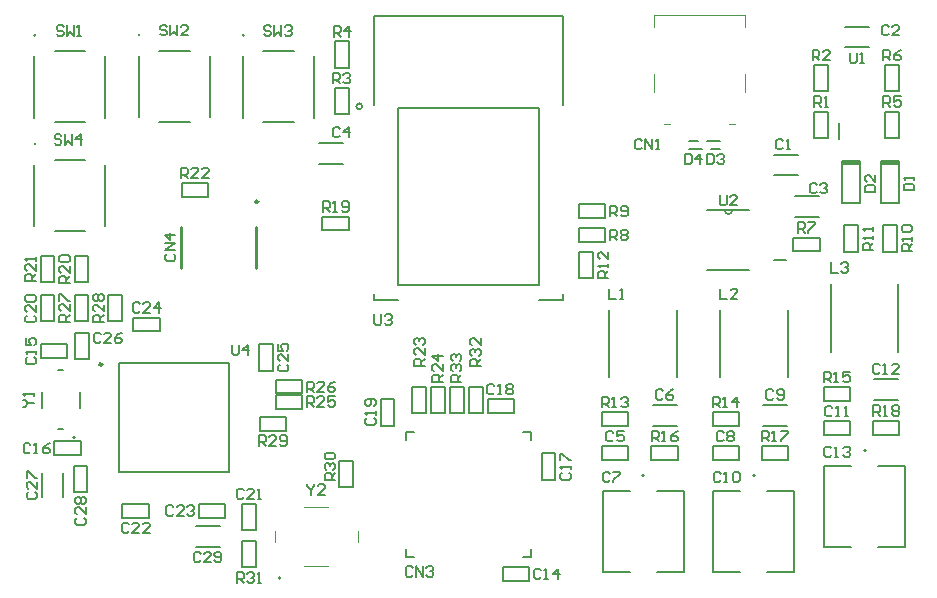
<source format=gto>
G04 Layer_Color=65535*
%FSLAX25Y25*%
%MOIN*%
G70*
G01*
G75*
%ADD36C,0.01000*%
%ADD47C,0.00600*%
%ADD48C,0.00787*%
%ADD49C,0.00984*%
%ADD50C,0.00500*%
%ADD51C,0.00800*%
%ADD52C,0.00394*%
%ADD53C,0.00591*%
D36*
X193513Y233409D02*
G03*
X193513Y233409I-454J0D01*
G01*
X192717Y211457D02*
Y224961D01*
X167717Y211457D02*
Y224961D01*
D47*
X395969Y150571D02*
G03*
X395969Y150571I-300J0D01*
G01*
X322150Y142205D02*
G03*
X322150Y142205I-300J0D01*
G01*
X358961D02*
G03*
X358961Y142205I-300J0D01*
G01*
X348997Y230571D02*
G03*
X351397Y230571I1200J0D01*
G01*
X120928Y206525D02*
Y215325D01*
X125528Y206525D02*
Y215325D01*
X120928D02*
X125528D01*
X120928Y206525D02*
X125528D01*
X223658Y262529D02*
Y271329D01*
X219058Y262529D02*
Y271329D01*
Y262529D02*
X223658D01*
X219058Y271329D02*
X223658D01*
X223658Y278080D02*
Y286880D01*
X219058Y278080D02*
Y286880D01*
Y278080D02*
X223658D01*
X219058Y286880D02*
X223658D01*
X136847Y206525D02*
Y215325D01*
X132247Y206525D02*
Y215325D01*
Y206525D02*
X136847D01*
X132247Y215325D02*
X136847D01*
X198461Y177096D02*
Y185896D01*
X193861Y177096D02*
Y185896D01*
Y177096D02*
X198461D01*
X193861Y185896D02*
X198461D01*
X382169Y145271D02*
X391159D01*
X400179D02*
X409169D01*
Y118271D02*
Y145271D01*
X382169Y118271D02*
X391159D01*
X382169D02*
Y145271D01*
X400179Y118271D02*
X409169D01*
X381919Y171591D02*
X390719D01*
X381919Y166991D02*
X390719D01*
Y171591D01*
X381919Y166991D02*
Y171591D01*
X393442Y216794D02*
Y225594D01*
X388842Y216794D02*
Y225594D01*
Y216794D02*
X393442D01*
X388842Y225594D02*
X393442D01*
X406335Y216794D02*
Y225594D01*
X401735Y216794D02*
Y225594D01*
Y216794D02*
X406335D01*
X401735Y225594D02*
X406335D01*
X120994Y185863D02*
X129794D01*
X120994Y181263D02*
X129794D01*
Y185863D01*
X120994Y181263D02*
Y185863D01*
X125521Y148979D02*
X134321D01*
X125521Y153579D02*
X134321D01*
X125521Y148979D02*
Y153579D01*
X134321Y148979D02*
Y153579D01*
X132444Y180935D02*
Y189735D01*
X137044Y180935D02*
Y189735D01*
X132444D02*
X137044D01*
X132444Y180935D02*
X137044D01*
X136552Y136643D02*
Y145443D01*
X131952Y136643D02*
Y145443D01*
Y136643D02*
X136552D01*
X131952Y145443D02*
X136552D01*
X151899Y194820D02*
X160699D01*
X151899Y190220D02*
X160699D01*
Y194820D01*
X151899Y190220D02*
Y194820D01*
X173750Y128113D02*
X182550D01*
X173750Y132713D02*
X182550D01*
X173750Y128113D02*
Y132713D01*
X182550Y128113D02*
Y132713D01*
X148159Y128113D02*
X156959D01*
X148159Y132713D02*
X156959D01*
X148159Y128113D02*
Y132713D01*
X156959Y128113D02*
Y132713D01*
X300423Y224741D02*
X309223D01*
X300423Y220141D02*
X309223D01*
Y224741D01*
X300423Y220141D02*
Y224741D01*
X300456Y208002D02*
Y216802D01*
X305056Y208002D02*
Y216802D01*
X300456D02*
X305056D01*
X300456Y208002D02*
X305056D01*
X300423Y232615D02*
X309223D01*
X300423Y228015D02*
X309223D01*
Y232615D01*
X300423Y228015D02*
Y232615D01*
X167943Y235102D02*
X176742D01*
X167943Y239702D02*
X176742D01*
X167943Y235102D02*
Y239702D01*
X176742Y235102D02*
Y239702D01*
X214891Y228481D02*
X223691D01*
X214891Y223881D02*
X223691D01*
Y228481D01*
X214891Y223881D02*
Y228481D01*
X120928Y193631D02*
Y202432D01*
X125528Y193631D02*
Y202432D01*
X120928D02*
X125528D01*
X120928Y193631D02*
X125528D01*
X132247D02*
Y202432D01*
X136847Y193631D02*
Y202432D01*
X132247D02*
X136847D01*
X132247Y193631D02*
X136847D01*
X148166D02*
Y202432D01*
X143566Y193631D02*
Y202432D01*
Y193631D02*
X148166D01*
X143566Y202432D02*
X148166D01*
X193927Y161749D02*
X202727D01*
X193927Y157149D02*
X202727D01*
Y161749D01*
X193927Y157149D02*
Y161749D01*
X199340Y169550D02*
X208140D01*
X199340Y174150D02*
X208140D01*
X199340Y169550D02*
Y174150D01*
X208140Y169550D02*
Y174150D01*
X199340Y169032D02*
X208140D01*
X199340Y164432D02*
X208140D01*
Y169032D01*
X199340Y164432D02*
Y169032D01*
X274931Y111749D02*
X283731D01*
X274931Y107149D02*
X283731D01*
Y111749D01*
X274931Y107149D02*
Y111749D01*
X238898Y158822D02*
Y167622D01*
X234298Y158822D02*
Y167622D01*
Y158822D02*
X238898D01*
X234298Y167622D02*
X238898D01*
X244846Y162956D02*
Y171756D01*
X249446Y162956D02*
Y171756D01*
X244846D02*
X249446D01*
X244846Y162956D02*
X249446D01*
X255745D02*
Y171756D01*
X251145Y162956D02*
Y171756D01*
Y162956D02*
X255745D01*
X251145Y171756D02*
X255745D01*
X270009Y167589D02*
X278809D01*
X270009Y162989D02*
X278809D01*
Y167589D01*
X270009Y162989D02*
Y167589D01*
X257444Y162956D02*
Y171756D01*
X262044Y162956D02*
Y171756D01*
X257444D02*
X262044D01*
X257444Y162956D02*
X262044D01*
X263645D02*
Y171756D01*
X268245Y162956D02*
Y171756D01*
X263645D02*
X268245D01*
X263645Y162956D02*
X268245D01*
X225036Y138218D02*
Y147018D01*
X220436Y138218D02*
Y147018D01*
Y138218D02*
X225036D01*
X220436Y147018D02*
X225036D01*
X192654Y111545D02*
Y120345D01*
X188054Y111545D02*
Y120345D01*
Y111545D02*
X192654D01*
X188054Y120345D02*
X192654D01*
X188054Y123946D02*
Y132747D01*
X192654Y123946D02*
Y132747D01*
X188054D02*
X192654D01*
X188054Y123946D02*
X192654D01*
X371880Y221493D02*
X380679D01*
X371880Y216893D02*
X380679D01*
Y221493D01*
X371880Y216893D02*
Y221493D01*
X308002Y163225D02*
X316802D01*
X308002Y158625D02*
X316802D01*
Y163225D01*
X308002Y158625D02*
Y163225D01*
X308350Y136905D02*
X317340D01*
X326360D02*
X335350D01*
Y109905D02*
Y136905D01*
X308350Y109905D02*
X317340D01*
X308350D02*
Y136905D01*
X326360Y109905D02*
X335350D01*
X324537Y151906D02*
X333337D01*
X324537Y147306D02*
X333337D01*
Y151906D01*
X324537Y147306D02*
Y151906D01*
X308002Y147306D02*
X316802D01*
X308002Y151906D02*
X316802D01*
X308002Y147306D02*
Y151906D01*
X316802Y147306D02*
Y151906D01*
X344911Y163225D02*
X353711D01*
X344911Y158625D02*
X353711D01*
Y163225D01*
X344911Y158625D02*
Y163225D01*
Y147306D02*
X353711D01*
X344911Y151906D02*
X353711D01*
X344911Y147306D02*
Y151906D01*
X353711Y147306D02*
Y151906D01*
X361348D02*
X370148D01*
X361348Y147306D02*
X370148D01*
Y151906D01*
X361348Y147306D02*
Y151906D01*
X345161Y136905D02*
X354151D01*
X363171D02*
X372161D01*
Y109905D02*
Y136905D01*
X345161Y109905D02*
X354151D01*
X345161D02*
Y136905D01*
X363171Y109905D02*
X372161D01*
X381919Y155672D02*
X390719D01*
X381919Y160272D02*
X390719D01*
X381919Y155672D02*
Y160272D01*
X390719Y155672D02*
Y160272D01*
X398356Y160371D02*
X407156D01*
X398356Y155771D02*
X407156D01*
Y160371D01*
X398356Y155771D02*
Y160371D01*
X378802Y263455D02*
X383402D01*
X378802Y254655D02*
X383402D01*
X378802D02*
Y263455D01*
X383402Y254655D02*
Y263455D01*
X402424D02*
X407024D01*
X402424Y254655D02*
X407024D01*
X402424D02*
Y263455D01*
X407024Y254655D02*
Y263455D01*
X402424Y279006D02*
X407024D01*
X402424Y270206D02*
X407024D01*
X402424D02*
Y279006D01*
X407024Y270206D02*
Y279006D01*
X378802D02*
X383402D01*
X378802Y270206D02*
X383402D01*
X378802D02*
Y279006D01*
X383402Y270206D02*
Y279006D01*
X287956Y149577D02*
X292556D01*
X287956Y140777D02*
X292556D01*
X287956D02*
Y149577D01*
X292556Y140777D02*
Y149577D01*
X365497Y213971D02*
X369497D01*
X343197Y210571D02*
X357197D01*
X351397Y230571D02*
X357197D01*
X348997D02*
X351397D01*
X343197D02*
X348997D01*
D48*
X132461Y154783D02*
G03*
X132461Y154783I-394J0D01*
G01*
X200984Y108071D02*
G03*
X200197Y108071I-394J0D01*
G01*
D02*
G03*
X200984Y108071I394J0D01*
G01*
X119242Y252693D02*
G03*
X119242Y252693I-250J0D01*
G01*
Y288913D02*
G03*
X119242Y288913I-250J0D01*
G01*
X153986Y289012D02*
G03*
X153986Y289012I-250J0D01*
G01*
X188730Y288913D02*
G03*
X188730Y288913I-250J0D01*
G01*
X387008Y254232D02*
Y259744D01*
X344390Y251181D02*
X347539D01*
X342953Y253543D02*
X347539D01*
X336910D02*
X340059D01*
X336910Y251181D02*
X341496D01*
X147193Y143209D02*
Y179823D01*
Y143209D02*
X183807D01*
Y179823D01*
X147193D02*
X183807D01*
X284449Y115098D02*
Y117854D01*
Y154075D02*
Y156831D01*
X242717Y154075D02*
Y156831D01*
Y115098D02*
Y117854D01*
X281693Y115098D02*
X284449D01*
X242717D02*
X245472D01*
X242717Y156831D02*
X245472D01*
X281693D02*
X284449D01*
X118898Y225295D02*
Y245768D01*
X142520Y225295D02*
Y245768D01*
X125591Y223721D02*
X135827D01*
X125591Y247342D02*
X135827D01*
X118898Y261516D02*
Y281988D01*
X142520Y261516D02*
Y281988D01*
X125591Y259941D02*
X135827D01*
X125591Y283563D02*
X135827D01*
X153642Y261614D02*
Y282087D01*
X177264Y261614D02*
Y282087D01*
X160335Y260039D02*
X170571D01*
X160335Y283661D02*
X170571D01*
X188386Y261516D02*
Y281988D01*
X212008Y261516D02*
Y281988D01*
X195079Y259941D02*
X205315D01*
X195079Y283563D02*
X205315D01*
D49*
X141484Y179232D02*
G03*
X141484Y179232I-492J0D01*
G01*
D50*
X228150Y265256D02*
G03*
X228150Y265256I-984J0D01*
G01*
X121358Y164665D02*
Y170177D01*
X133957Y164665D02*
Y170177D01*
X126870Y157579D02*
X128445D01*
X126870Y177264D02*
X128445D01*
X406862Y183493D02*
Y205970D01*
X384332Y183493D02*
Y205970D01*
X333043Y174929D02*
Y197407D01*
X310513Y174929D02*
Y197407D01*
X369952Y174929D02*
Y197407D01*
X347423Y174929D02*
Y197407D01*
X239961Y264724D02*
X287205D01*
Y205669D02*
Y264724D01*
X239961Y205669D02*
X287205D01*
X239961D02*
Y264724D01*
X232087Y265748D02*
Y295276D01*
X295079D01*
Y265748D02*
Y295276D01*
X232087Y200787D02*
Y202756D01*
Y200787D02*
X239961D01*
X295079D02*
Y202756D01*
X287205Y200787D02*
X295079D01*
D51*
X213618Y252958D02*
X221618D01*
X213618Y246058D02*
X221618D01*
X398756Y167318D02*
X406756D01*
X398756Y174218D02*
X406756D01*
X372279Y228341D02*
X380279D01*
X372279Y235241D02*
X380279D01*
X121550Y134976D02*
Y142976D01*
X128450Y134976D02*
Y142976D01*
X172575Y125399D02*
X180575D01*
X172575Y118499D02*
X180575D01*
X388043Y245870D02*
Y246870D01*
X394043Y245870D02*
Y246870D01*
X388043Y246370D02*
X394043D01*
X388043Y246870D02*
X394043D01*
X388043Y245870D02*
X394043D01*
X388043Y232870D02*
X394043D01*
X388043D02*
Y245870D01*
X394043Y232870D02*
Y245870D01*
X400937Y245969D02*
Y246969D01*
X406937Y245969D02*
Y246969D01*
X400937Y246468D02*
X406937D01*
X400937Y246969D02*
X406937D01*
X400937Y245969D02*
X406937D01*
X400937Y232968D02*
X406937D01*
X400937D02*
Y245969D01*
X406937Y232968D02*
Y245969D01*
X365488Y249119D02*
X373488D01*
X365488Y242219D02*
X373488D01*
X324937Y158755D02*
X332937D01*
X324937Y165655D02*
X332937D01*
X361748Y158755D02*
X369748D01*
X361748Y165655D02*
X369748D01*
X388913Y291836D02*
X396913D01*
X388913Y284936D02*
X396913D01*
D52*
X355807Y291732D02*
Y295669D01*
X325492D02*
X355807D01*
X325492Y291732D02*
Y295669D01*
X355807Y270079D02*
Y275984D01*
X325492Y270079D02*
Y275984D01*
X350492Y259449D02*
X352461D01*
X328839D02*
X330807D01*
X208858Y131693D02*
X216732D01*
X208858Y112008D02*
X216732D01*
X199016Y119882D02*
Y123819D01*
X226575Y119882D02*
Y123819D01*
D53*
X390650Y283188D02*
Y280302D01*
X391227Y279724D01*
X392381D01*
X392959Y280302D01*
Y283188D01*
X394113Y279724D02*
X395268D01*
X394690D01*
Y283188D01*
X394113Y282611D01*
X368451Y253772D02*
X367874Y254349D01*
X366719D01*
X366142Y253772D01*
Y251463D01*
X366719Y250886D01*
X367874D01*
X368451Y251463D01*
X369605Y250886D02*
X370760D01*
X370182D01*
Y254349D01*
X369605Y253772D01*
X403687Y291764D02*
X403110Y292341D01*
X401955D01*
X401378Y291764D01*
Y289455D01*
X401955Y288878D01*
X403110D01*
X403687Y289455D01*
X407150Y288878D02*
X404841D01*
X407150Y291187D01*
Y291764D01*
X406573Y292341D01*
X405419D01*
X404841Y291764D01*
X379671Y239107D02*
X379094Y239684D01*
X377939D01*
X377362Y239107D01*
Y236798D01*
X377939Y236221D01*
X379094D01*
X379671Y236798D01*
X380826Y239107D02*
X381403Y239684D01*
X382557D01*
X383135Y239107D01*
Y238529D01*
X382557Y237952D01*
X381980D01*
X382557D01*
X383135Y237375D01*
Y236798D01*
X382557Y236221D01*
X381403D01*
X380826Y236798D01*
X220714Y257807D02*
X220137Y258385D01*
X218983D01*
X218406Y257807D01*
Y255499D01*
X218983Y254921D01*
X220137D01*
X220714Y255499D01*
X223601Y254921D02*
Y258385D01*
X221869Y256653D01*
X224178D01*
X311856Y156430D02*
X311279Y157007D01*
X310124D01*
X309547Y156430D01*
Y154121D01*
X310124Y153543D01*
X311279D01*
X311856Y154121D01*
X315320Y157007D02*
X313011D01*
Y155275D01*
X314165Y155852D01*
X314742D01*
X315320Y155275D01*
Y154121D01*
X314742Y153543D01*
X313588D01*
X313011Y154121D01*
X328392Y170308D02*
X327814Y170885D01*
X326660D01*
X326083Y170308D01*
Y167999D01*
X326660Y167421D01*
X327814D01*
X328392Y167999D01*
X331855Y170885D02*
X330701Y170308D01*
X329546Y169153D01*
Y167999D01*
X330123Y167421D01*
X331278D01*
X331855Y167999D01*
Y168576D01*
X331278Y169153D01*
X329546D01*
X310675Y142847D02*
X310098Y143424D01*
X308943D01*
X308366Y142847D01*
Y140538D01*
X308943Y139961D01*
X310098D01*
X310675Y140538D01*
X311830Y143424D02*
X314139D01*
Y142847D01*
X311830Y140538D01*
Y139961D01*
X348569Y156430D02*
X347992Y157007D01*
X346837D01*
X346260Y156430D01*
Y154121D01*
X346837Y153543D01*
X347992D01*
X348569Y154121D01*
X349723Y156430D02*
X350301Y157007D01*
X351455D01*
X352032Y156430D01*
Y155852D01*
X351455Y155275D01*
X352032Y154698D01*
Y154121D01*
X351455Y153543D01*
X350301D01*
X349723Y154121D01*
Y154698D01*
X350301Y155275D01*
X349723Y155852D01*
Y156430D01*
X350301Y155275D02*
X351455D01*
X365203Y170308D02*
X364625Y170885D01*
X363471D01*
X362894Y170308D01*
Y167999D01*
X363471Y167421D01*
X364625D01*
X365203Y167999D01*
X366357D02*
X366934Y167421D01*
X368089D01*
X368666Y167999D01*
Y170308D01*
X368089Y170885D01*
X366934D01*
X366357Y170308D01*
Y169730D01*
X366934Y169153D01*
X368666D01*
X347585Y142847D02*
X347007Y143424D01*
X345853D01*
X345276Y142847D01*
Y140538D01*
X345853Y139961D01*
X347007D01*
X347585Y140538D01*
X348739Y139961D02*
X349893D01*
X349316D01*
Y143424D01*
X348739Y142847D01*
X351625D02*
X352203Y143424D01*
X353357D01*
X353934Y142847D01*
Y140538D01*
X353357Y139961D01*
X352203D01*
X351625Y140538D01*
Y142847D01*
X384873Y164796D02*
X384295Y165373D01*
X383141D01*
X382563Y164796D01*
Y162487D01*
X383141Y161909D01*
X384295D01*
X384873Y162487D01*
X386027Y161909D02*
X387181D01*
X386604D01*
Y165373D01*
X386027Y164796D01*
X388913Y161909D02*
X390068D01*
X389490D01*
Y165373D01*
X388913Y164796D01*
X400734Y178870D02*
X400157Y179448D01*
X399002D01*
X398425Y178870D01*
Y176561D01*
X399002Y175984D01*
X400157D01*
X400734Y176561D01*
X401889Y175984D02*
X403043D01*
X402466D01*
Y179448D01*
X401889Y178870D01*
X407084Y175984D02*
X404775D01*
X407084Y178293D01*
Y178870D01*
X406507Y179448D01*
X405352D01*
X404775Y178870D01*
X384494Y151213D02*
X383917Y151790D01*
X382762D01*
X382185Y151213D01*
Y148904D01*
X382762Y148327D01*
X383917D01*
X384494Y148904D01*
X385648Y148327D02*
X386803D01*
X386226D01*
Y151790D01*
X385648Y151213D01*
X388535D02*
X389112Y151790D01*
X390266D01*
X390844Y151213D01*
Y150636D01*
X390266Y150058D01*
X389689D01*
X390266D01*
X390844Y149481D01*
Y148904D01*
X390266Y148327D01*
X389112D01*
X388535Y148904D01*
X287644Y110563D02*
X287066Y111141D01*
X285912D01*
X285335Y110563D01*
Y108254D01*
X285912Y107677D01*
X287066D01*
X287644Y108254D01*
X288798Y107677D02*
X289953D01*
X289375D01*
Y111141D01*
X288798Y110563D01*
X293416Y107677D02*
Y111141D01*
X291684Y109409D01*
X293993D01*
X116504Y181541D02*
X115926Y180964D01*
Y179809D01*
X116504Y179232D01*
X118813D01*
X119390Y179809D01*
Y180964D01*
X118813Y181541D01*
X119390Y182696D02*
Y183850D01*
Y183273D01*
X115926D01*
X116504Y182696D01*
X115926Y187891D02*
Y185582D01*
X117658D01*
X117081Y186736D01*
Y187314D01*
X117658Y187891D01*
X118813D01*
X119390Y187314D01*
Y186159D01*
X118813Y185582D01*
X117565Y152492D02*
X116988Y153070D01*
X115833D01*
X115256Y152492D01*
Y150183D01*
X115833Y149606D01*
X116988D01*
X117565Y150183D01*
X118719Y149606D02*
X119874D01*
X119297D01*
Y153070D01*
X118719Y152492D01*
X123915Y153070D02*
X122760Y152492D01*
X121606Y151338D01*
Y150183D01*
X122183Y149606D01*
X123337D01*
X123915Y150183D01*
Y150761D01*
X123337Y151338D01*
X121606D01*
X294752Y143155D02*
X294174Y142578D01*
Y141424D01*
X294752Y140847D01*
X297061D01*
X297638Y141424D01*
Y142578D01*
X297061Y143155D01*
X297638Y144310D02*
Y145464D01*
Y144887D01*
X294174D01*
X294752Y144310D01*
X294174Y147196D02*
Y149505D01*
X294752D01*
X297061Y147196D01*
X297638D01*
X272191Y172112D02*
X271614Y172689D01*
X270459D01*
X269882Y172112D01*
Y169803D01*
X270459Y169226D01*
X271614D01*
X272191Y169803D01*
X273345Y169226D02*
X274500D01*
X273923D01*
Y172689D01*
X273345Y172112D01*
X276232D02*
X276809Y172689D01*
X277963D01*
X278540Y172112D01*
Y171535D01*
X277963Y170958D01*
X278540Y170380D01*
Y169803D01*
X277963Y169226D01*
X276809D01*
X276232Y169803D01*
Y170380D01*
X276809Y170958D01*
X276232Y171535D01*
Y172112D01*
X276809Y170958D02*
X277963D01*
X229775Y161299D02*
X229198Y160722D01*
Y159567D01*
X229775Y158990D01*
X232084D01*
X232661Y159567D01*
Y160722D01*
X232084Y161299D01*
X232661Y162453D02*
Y163608D01*
Y163031D01*
X229198D01*
X229775Y162453D01*
X232084Y165339D02*
X232661Y165917D01*
Y167071D01*
X232084Y167648D01*
X229775D01*
X229198Y167071D01*
Y165917D01*
X229775Y165339D01*
X230352D01*
X230929Y165917D01*
Y167648D01*
X116405Y195518D02*
X115828Y194940D01*
Y193786D01*
X116405Y193209D01*
X118714D01*
X119291Y193786D01*
Y194940D01*
X118714Y195518D01*
X119291Y198981D02*
Y196672D01*
X116982Y198981D01*
X116405D01*
X115828Y198404D01*
Y197249D01*
X116405Y196672D01*
Y200136D02*
X115828Y200713D01*
Y201867D01*
X116405Y202445D01*
X118714D01*
X119291Y201867D01*
Y200713D01*
X118714Y200136D01*
X116405D01*
X188628Y137237D02*
X188051Y137814D01*
X186896D01*
X186319Y137237D01*
Y134928D01*
X186896Y134350D01*
X188051D01*
X188628Y134928D01*
X192091Y134350D02*
X189782D01*
X192091Y136659D01*
Y137237D01*
X191514Y137814D01*
X190360D01*
X189782Y137237D01*
X193246Y134350D02*
X194400D01*
X193823D01*
Y137814D01*
X193246Y137237D01*
X150340Y125918D02*
X149763Y126495D01*
X148609D01*
X148031Y125918D01*
Y123609D01*
X148609Y123031D01*
X149763D01*
X150340Y123609D01*
X153804Y123031D02*
X151495D01*
X153804Y125340D01*
Y125918D01*
X153227Y126495D01*
X152072D01*
X151495Y125918D01*
X157267Y123031D02*
X154958D01*
X157267Y125340D01*
Y125918D01*
X156690Y126495D01*
X155536D01*
X154958Y125918D01*
X165203Y131626D02*
X164625Y132204D01*
X163471D01*
X162894Y131626D01*
Y129317D01*
X163471Y128740D01*
X164625D01*
X165203Y129317D01*
X168666Y128740D02*
X166357D01*
X168666Y131049D01*
Y131626D01*
X168089Y132204D01*
X166934D01*
X166357Y131626D01*
X169821D02*
X170398Y132204D01*
X171552D01*
X172130Y131626D01*
Y131049D01*
X171552Y130472D01*
X170975D01*
X171552D01*
X172130Y129895D01*
Y129317D01*
X171552Y128740D01*
X170398D01*
X169821Y129317D01*
X154081Y199343D02*
X153503Y199920D01*
X152349D01*
X151772Y199343D01*
Y197034D01*
X152349Y196457D01*
X153503D01*
X154081Y197034D01*
X157544Y196457D02*
X155235D01*
X157544Y198766D01*
Y199343D01*
X156967Y199920D01*
X155812D01*
X155235Y199343D01*
X160430Y196457D02*
Y199920D01*
X158698Y198188D01*
X161007D01*
X200657Y179179D02*
X200080Y178602D01*
Y177447D01*
X200657Y176870D01*
X202966D01*
X203543Y177447D01*
Y178602D01*
X202966Y179179D01*
X203543Y182642D02*
Y180333D01*
X201234Y182642D01*
X200657D01*
X200080Y182065D01*
Y180911D01*
X200657Y180333D01*
X200080Y186106D02*
Y183797D01*
X201812D01*
X201234Y184951D01*
Y185529D01*
X201812Y186106D01*
X202966D01*
X203543Y185529D01*
Y184374D01*
X202966Y183797D01*
X140990Y189205D02*
X140413Y189782D01*
X139258D01*
X138681Y189205D01*
Y186896D01*
X139258Y186319D01*
X140413D01*
X140990Y186896D01*
X144454Y186319D02*
X142145D01*
X144454Y188628D01*
Y189205D01*
X143876Y189782D01*
X142722D01*
X142145Y189205D01*
X147917Y189782D02*
X146763Y189205D01*
X145608Y188051D01*
Y186896D01*
X146185Y186319D01*
X147340D01*
X147917Y186896D01*
Y187473D01*
X147340Y188051D01*
X145608D01*
X116897Y136659D02*
X116320Y136082D01*
Y134928D01*
X116897Y134350D01*
X119206D01*
X119783Y134928D01*
Y136082D01*
X119206Y136659D01*
X119783Y140123D02*
Y137814D01*
X117474Y140123D01*
X116897D01*
X116320Y139546D01*
Y138391D01*
X116897Y137814D01*
X116320Y141277D02*
Y143586D01*
X116897D01*
X119206Y141277D01*
X119783D01*
X133137Y128096D02*
X132560Y127519D01*
Y126365D01*
X133137Y125787D01*
X135446D01*
X136024Y126365D01*
Y127519D01*
X135446Y128096D01*
X136024Y131560D02*
Y129251D01*
X133715Y131560D01*
X133137D01*
X132560Y130983D01*
Y129828D01*
X133137Y129251D01*
Y132714D02*
X132560Y133291D01*
Y134446D01*
X133137Y135023D01*
X133715D01*
X134292Y134446D01*
X134869Y135023D01*
X135446D01*
X136024Y134446D01*
Y133291D01*
X135446Y132714D01*
X134869D01*
X134292Y133291D01*
X133715Y132714D01*
X133137D01*
X134292Y133291D02*
Y134446D01*
X174258Y116174D02*
X173680Y116751D01*
X172526D01*
X171949Y116174D01*
Y113865D01*
X172526Y113287D01*
X173680D01*
X174258Y113865D01*
X177721Y113287D02*
X175412D01*
X177721Y115596D01*
Y116174D01*
X177144Y116751D01*
X175989D01*
X175412Y116174D01*
X178876Y113865D02*
X179453Y113287D01*
X180607D01*
X181185Y113865D01*
Y116174D01*
X180607Y116751D01*
X179453D01*
X178876Y116174D01*
Y115596D01*
X179453Y115019D01*
X181185D01*
X321404Y253772D02*
X320826Y254349D01*
X319672D01*
X319094Y253772D01*
Y251463D01*
X319672Y250886D01*
X320826D01*
X321404Y251463D01*
X322558Y250886D02*
Y254349D01*
X324867Y250886D01*
Y254349D01*
X326021Y250886D02*
X327176D01*
X326599D01*
Y254349D01*
X326021Y253772D01*
X244927Y111351D02*
X244350Y111928D01*
X243195D01*
X242618Y111351D01*
Y109042D01*
X243195Y108465D01*
X244350D01*
X244927Y109042D01*
X246082Y108465D02*
Y111928D01*
X248391Y108465D01*
Y111928D01*
X249545Y111351D02*
X250122Y111928D01*
X251277D01*
X251854Y111351D01*
Y110774D01*
X251277Y110196D01*
X250699D01*
X251277D01*
X251854Y109619D01*
Y109042D01*
X251277Y108465D01*
X250122D01*
X249545Y109042D01*
X343092Y249422D02*
Y245958D01*
X344824D01*
X345401Y246535D01*
Y248845D01*
X344824Y249422D01*
X343092D01*
X346556Y248845D02*
X347133Y249422D01*
X348287D01*
X348865Y248845D01*
Y248267D01*
X348287Y247690D01*
X347710D01*
X348287D01*
X348865Y247113D01*
Y246535D01*
X348287Y245958D01*
X347133D01*
X346556Y246535D01*
X335612Y249422D02*
Y245958D01*
X337344D01*
X337921Y246535D01*
Y248845D01*
X337344Y249422D01*
X335612D01*
X340807Y245958D02*
Y249422D01*
X339075Y247690D01*
X341384D01*
X310531Y204448D02*
Y200984D01*
X312841D01*
X313995D02*
X315149D01*
X314572D01*
Y204448D01*
X313995Y203871D01*
X347441Y204448D02*
Y200984D01*
X349750D01*
X353213D02*
X350904D01*
X353213Y203293D01*
Y203871D01*
X352636Y204448D01*
X351482D01*
X350904Y203871D01*
X384350Y213306D02*
Y209842D01*
X386659D01*
X387814Y212729D02*
X388391Y213306D01*
X389546D01*
X390123Y212729D01*
Y212152D01*
X389546Y211574D01*
X388968D01*
X389546D01*
X390123Y210997D01*
Y210420D01*
X389546Y209842D01*
X388391D01*
X387814Y210420D01*
X378839Y265059D02*
Y268523D01*
X380570D01*
X381148Y267945D01*
Y266791D01*
X380570Y266213D01*
X378839D01*
X379993D02*
X381148Y265059D01*
X382302D02*
X383456D01*
X382879D01*
Y268523D01*
X382302Y267945D01*
X378248Y280610D02*
Y284074D01*
X379980D01*
X380557Y283496D01*
Y282342D01*
X379980Y281765D01*
X378248D01*
X379402D02*
X380557Y280610D01*
X384020D02*
X381712D01*
X384020Y282919D01*
Y283496D01*
X383443Y284074D01*
X382289D01*
X381712Y283496D01*
X218406Y272933D02*
Y276396D01*
X220137D01*
X220714Y275819D01*
Y274665D01*
X220137Y274088D01*
X218406D01*
X219560D02*
X220714Y272933D01*
X221869Y275819D02*
X222446Y276396D01*
X223601D01*
X224178Y275819D01*
Y275242D01*
X223601Y274665D01*
X223024D01*
X223601D01*
X224178Y274088D01*
Y273510D01*
X223601Y272933D01*
X222446D01*
X221869Y273510D01*
X218602Y288484D02*
Y291948D01*
X220334D01*
X220911Y291371D01*
Y290216D01*
X220334Y289639D01*
X218602D01*
X219757D02*
X220911Y288484D01*
X223797D02*
Y291948D01*
X222066Y290216D01*
X224375D01*
X401870Y265059D02*
Y268523D01*
X403602D01*
X404179Y267945D01*
Y266791D01*
X403602Y266213D01*
X401870D01*
X403025D02*
X404179Y265059D01*
X407643Y268523D02*
X405334D01*
Y266791D01*
X406488Y267368D01*
X407065D01*
X407643Y266791D01*
Y265636D01*
X407065Y265059D01*
X405911D01*
X405334Y265636D01*
X401870Y280610D02*
Y284074D01*
X403602D01*
X404179Y283496D01*
Y282342D01*
X403602Y281765D01*
X401870D01*
X403025D02*
X404179Y280610D01*
X407643Y284074D02*
X406488Y283496D01*
X405334Y282342D01*
Y281187D01*
X405911Y280610D01*
X407065D01*
X407643Y281187D01*
Y281765D01*
X407065Y282342D01*
X405334D01*
X373425Y223130D02*
Y226593D01*
X375157D01*
X375734Y226016D01*
Y224862D01*
X375157Y224284D01*
X373425D01*
X374580D02*
X375734Y223130D01*
X376889Y226593D02*
X379198D01*
Y226016D01*
X376889Y223707D01*
Y223130D01*
X310827Y220669D02*
Y224133D01*
X312559D01*
X313136Y223555D01*
Y222401D01*
X312559Y221824D01*
X310827D01*
X311981D02*
X313136Y220669D01*
X314290Y223555D02*
X314867Y224133D01*
X316022D01*
X316599Y223555D01*
Y222978D01*
X316022Y222401D01*
X316599Y221824D01*
Y221247D01*
X316022Y220669D01*
X314867D01*
X314290Y221247D01*
Y221824D01*
X314867Y222401D01*
X314290Y222978D01*
Y223555D01*
X314867Y222401D02*
X316022D01*
X310827Y228543D02*
Y232007D01*
X312559D01*
X313136Y231430D01*
Y230275D01*
X312559Y229698D01*
X310827D01*
X311981D02*
X313136Y228543D01*
X314290Y229121D02*
X314867Y228543D01*
X316022D01*
X316599Y229121D01*
Y231430D01*
X316022Y232007D01*
X314867D01*
X314290Y231430D01*
Y230852D01*
X314867Y230275D01*
X316599D01*
X411417Y216962D02*
X407954D01*
Y218694D01*
X408531Y219271D01*
X409686D01*
X410263Y218694D01*
Y216962D01*
Y218117D02*
X411417Y219271D01*
Y220426D02*
Y221580D01*
Y221003D01*
X407954D01*
X408531Y220426D01*
Y223312D02*
X407954Y223889D01*
Y225044D01*
X408531Y225621D01*
X410840D01*
X411417Y225044D01*
Y223889D01*
X410840Y223312D01*
X408531D01*
X398524Y217454D02*
X395060D01*
Y219186D01*
X395637Y219763D01*
X396792D01*
X397369Y219186D01*
Y217454D01*
Y218609D02*
X398524Y219763D01*
Y220918D02*
Y222072D01*
Y221495D01*
X395060D01*
X395637Y220918D01*
X398524Y223804D02*
Y224958D01*
Y224381D01*
X395060D01*
X395637Y223804D01*
X310138Y208071D02*
X306674D01*
Y209803D01*
X307252Y210380D01*
X308406D01*
X308983Y209803D01*
Y208071D01*
Y209225D02*
X310138Y210380D01*
Y211534D02*
Y212689D01*
Y212112D01*
X306674D01*
X307252Y211534D01*
X310138Y216729D02*
Y214421D01*
X307829Y216729D01*
X307252D01*
X306674Y216152D01*
Y214998D01*
X307252Y214421D01*
X308071Y164862D02*
Y168326D01*
X309803D01*
X310380Y167748D01*
Y166594D01*
X309803Y166017D01*
X308071D01*
X309225D02*
X310380Y164862D01*
X311534D02*
X312689D01*
X312112D01*
Y168326D01*
X311534Y167748D01*
X314421D02*
X314998Y168326D01*
X316152D01*
X316729Y167748D01*
Y167171D01*
X316152Y166594D01*
X315575D01*
X316152D01*
X316729Y166017D01*
Y165439D01*
X316152Y164862D01*
X314998D01*
X314421Y165439D01*
X344980Y164862D02*
Y168326D01*
X346712D01*
X347289Y167748D01*
Y166594D01*
X346712Y166017D01*
X344980D01*
X346135D02*
X347289Y164862D01*
X348444D02*
X349598D01*
X349021D01*
Y168326D01*
X348444Y167748D01*
X353062Y164862D02*
Y168326D01*
X351330Y166594D01*
X353639D01*
X381988Y173228D02*
Y176692D01*
X383720D01*
X384297Y176115D01*
Y174960D01*
X383720Y174383D01*
X381988D01*
X383143D02*
X384297Y173228D01*
X385452D02*
X386606D01*
X386029D01*
Y176692D01*
X385452Y176115D01*
X390647Y176692D02*
X388338D01*
Y174960D01*
X389492Y175537D01*
X390070D01*
X390647Y174960D01*
Y173806D01*
X390070Y173228D01*
X388915D01*
X388338Y173806D01*
X324606Y153543D02*
Y157007D01*
X326338D01*
X326915Y156430D01*
Y155275D01*
X326338Y154698D01*
X324606D01*
X325761D02*
X326915Y153543D01*
X328070D02*
X329224D01*
X328647D01*
Y157007D01*
X328070Y156430D01*
X333265Y157007D02*
X332111Y156430D01*
X330956Y155275D01*
Y154121D01*
X331533Y153543D01*
X332688D01*
X333265Y154121D01*
Y154698D01*
X332688Y155275D01*
X330956D01*
X361417Y153543D02*
Y157007D01*
X363149D01*
X363726Y156430D01*
Y155275D01*
X363149Y154698D01*
X361417D01*
X362572D02*
X363726Y153543D01*
X364881D02*
X366035D01*
X365458D01*
Y157007D01*
X364881Y156430D01*
X367767Y157007D02*
X370076D01*
Y156430D01*
X367767Y154121D01*
Y153543D01*
X398524Y162106D02*
Y165570D01*
X400255D01*
X400833Y164992D01*
Y163838D01*
X400255Y163261D01*
X398524D01*
X399678D02*
X400833Y162106D01*
X401987D02*
X403142D01*
X402564D01*
Y165570D01*
X401987Y164992D01*
X404873D02*
X405450Y165570D01*
X406605D01*
X407182Y164992D01*
Y164415D01*
X406605Y163838D01*
X407182Y163261D01*
Y162683D01*
X406605Y162106D01*
X405450D01*
X404873Y162683D01*
Y163261D01*
X405450Y163838D01*
X404873Y164415D01*
Y164992D01*
X405450Y163838D02*
X406605D01*
X214961Y230118D02*
Y233582D01*
X216692D01*
X217270Y233004D01*
Y231850D01*
X216692Y231273D01*
X214961D01*
X216115D02*
X217270Y230118D01*
X218424D02*
X219579D01*
X219001D01*
Y233582D01*
X218424Y233004D01*
X221310Y230695D02*
X221887Y230118D01*
X223042D01*
X223619Y230695D01*
Y233004D01*
X223042Y233582D01*
X221887D01*
X221310Y233004D01*
Y232427D01*
X221887Y231850D01*
X223619D01*
X130610Y206299D02*
X127147D01*
Y208031D01*
X127724Y208608D01*
X128878D01*
X129456Y208031D01*
Y206299D01*
Y207454D02*
X130610Y208608D01*
Y212072D02*
Y209763D01*
X128301Y212072D01*
X127724D01*
X127147Y211494D01*
Y210340D01*
X127724Y209763D01*
Y213226D02*
X127147Y213803D01*
Y214958D01*
X127724Y215535D01*
X130033D01*
X130610Y214958D01*
Y213803D01*
X130033Y213226D01*
X127724D01*
X119291Y206890D02*
X115828D01*
Y208622D01*
X116405Y209199D01*
X117560D01*
X118137Y208622D01*
Y206890D01*
Y208044D02*
X119291Y209199D01*
Y212662D02*
Y210353D01*
X116982Y212662D01*
X116405D01*
X115828Y212085D01*
Y210930D01*
X116405Y210353D01*
X119291Y213817D02*
Y214971D01*
Y214394D01*
X115828D01*
X116405Y213817D01*
X167717Y241305D02*
Y244769D01*
X169448D01*
X170026Y244192D01*
Y243037D01*
X169448Y242460D01*
X167717D01*
X168871D02*
X170026Y241305D01*
X173489D02*
X171180D01*
X173489Y243615D01*
Y244192D01*
X172912Y244769D01*
X171757D01*
X171180Y244192D01*
X176952Y241305D02*
X174643D01*
X176952Y243615D01*
Y244192D01*
X176375Y244769D01*
X175221D01*
X174643Y244192D01*
X248917Y178839D02*
X245454D01*
Y180570D01*
X246031Y181148D01*
X247186D01*
X247763Y180570D01*
Y178839D01*
Y179993D02*
X248917Y181148D01*
Y184611D02*
Y182302D01*
X246608Y184611D01*
X246031D01*
X245454Y184034D01*
Y182879D01*
X246031Y182302D01*
Y185766D02*
X245454Y186343D01*
Y187497D01*
X246031Y188075D01*
X246608D01*
X247186Y187497D01*
Y186920D01*
Y187497D01*
X247763Y188075D01*
X248340D01*
X248917Y187497D01*
Y186343D01*
X248340Y185766D01*
X255020Y173458D02*
X251556D01*
Y175190D01*
X252133Y175767D01*
X253288D01*
X253865Y175190D01*
Y173458D01*
Y174613D02*
X255020Y175767D01*
Y179231D02*
Y176922D01*
X252711Y179231D01*
X252133D01*
X251556Y178653D01*
Y177499D01*
X252133Y176922D01*
X255020Y182117D02*
X251556D01*
X253288Y180385D01*
Y182694D01*
X209744Y165059D02*
Y168523D01*
X211476D01*
X212053Y167945D01*
Y166791D01*
X211476Y166214D01*
X209744D01*
X210899D02*
X212053Y165059D01*
X215516D02*
X213208D01*
X215516Y167368D01*
Y167945D01*
X214939Y168523D01*
X213785D01*
X213208Y167945D01*
X218980Y168523D02*
X216671D01*
Y166791D01*
X217826Y167368D01*
X218403D01*
X218980Y166791D01*
Y165636D01*
X218403Y165059D01*
X217248D01*
X216671Y165636D01*
X209744Y169980D02*
Y173444D01*
X211476D01*
X212053Y172866D01*
Y171712D01*
X211476Y171135D01*
X209744D01*
X210899D02*
X212053Y169980D01*
X215516D02*
X213208D01*
X215516Y172289D01*
Y172866D01*
X214939Y173444D01*
X213785D01*
X213208Y172866D01*
X218980Y173444D02*
X217826Y172866D01*
X216671Y171712D01*
Y170557D01*
X217248Y169980D01*
X218403D01*
X218980Y170557D01*
Y171135D01*
X218403Y171712D01*
X216671D01*
X130610Y193504D02*
X127147D01*
Y195236D01*
X127724Y195813D01*
X128878D01*
X129456Y195236D01*
Y193504D01*
Y194658D02*
X130610Y195813D01*
Y199276D02*
Y196967D01*
X128301Y199276D01*
X127724D01*
X127147Y198699D01*
Y197545D01*
X127724Y196967D01*
X127147Y200431D02*
Y202740D01*
X127724D01*
X130033Y200431D01*
X130610D01*
X141929Y193405D02*
X138466D01*
Y195137D01*
X139043Y195714D01*
X140197D01*
X140775Y195137D01*
Y193405D01*
Y194560D02*
X141929Y195714D01*
Y199178D02*
Y196869D01*
X139620Y199178D01*
X139043D01*
X138466Y198601D01*
Y197446D01*
X139043Y196869D01*
Y200332D02*
X138466Y200910D01*
Y202064D01*
X139043Y202641D01*
X139620D01*
X140197Y202064D01*
X140775Y202641D01*
X141352D01*
X141929Y202064D01*
Y200910D01*
X141352Y200332D01*
X140775D01*
X140197Y200910D01*
X139620Y200332D01*
X139043D01*
X140197Y200910D02*
Y202064D01*
X193701Y152067D02*
Y155530D01*
X195432D01*
X196010Y154953D01*
Y153799D01*
X195432Y153221D01*
X193701D01*
X194855D02*
X196010Y152067D01*
X199473D02*
X197164D01*
X199473Y154376D01*
Y154953D01*
X198896Y155530D01*
X197741D01*
X197164Y154953D01*
X200628Y152644D02*
X201205Y152067D01*
X202359D01*
X202937Y152644D01*
Y154953D01*
X202359Y155530D01*
X201205D01*
X200628Y154953D01*
Y154376D01*
X201205Y153799D01*
X202937D01*
X219100Y140600D02*
X215636D01*
Y142332D01*
X216214Y142909D01*
X217368D01*
X217946Y142332D01*
Y140600D01*
Y141754D02*
X219100Y142909D01*
X216214Y144063D02*
X215636Y144641D01*
Y145795D01*
X216214Y146372D01*
X216791D01*
X217368Y145795D01*
Y145218D01*
Y145795D01*
X217946Y146372D01*
X218523D01*
X219100Y145795D01*
Y144641D01*
X218523Y144063D01*
X216214Y147527D02*
X215636Y148104D01*
Y149259D01*
X216214Y149836D01*
X218523D01*
X219100Y149259D01*
Y148104D01*
X218523Y147527D01*
X216214D01*
X186319Y106398D02*
Y109861D01*
X188051D01*
X188628Y109284D01*
Y108129D01*
X188051Y107552D01*
X186319D01*
X187473D02*
X188628Y106398D01*
X189782Y109284D02*
X190360Y109861D01*
X191514D01*
X192091Y109284D01*
Y108707D01*
X191514Y108129D01*
X190937D01*
X191514D01*
X192091Y107552D01*
Y106975D01*
X191514Y106398D01*
X190360D01*
X189782Y106975D01*
X193246Y106398D02*
X194400D01*
X193823D01*
Y109861D01*
X193246Y109284D01*
X267618Y178642D02*
X264155D01*
Y180374D01*
X264732Y180951D01*
X265886D01*
X266464Y180374D01*
Y178642D01*
Y179796D02*
X267618Y180951D01*
X264732Y182105D02*
X264155Y182682D01*
Y183837D01*
X264732Y184414D01*
X265309D01*
X265886Y183837D01*
Y183260D01*
Y183837D01*
X266464Y184414D01*
X267041D01*
X267618Y183837D01*
Y182682D01*
X267041Y182105D01*
X267618Y187878D02*
Y185569D01*
X265309Y187878D01*
X264732D01*
X264155Y187300D01*
Y186146D01*
X264732Y185569D01*
X261221Y173458D02*
X257757D01*
Y175190D01*
X258334Y175767D01*
X259489D01*
X260066Y175190D01*
Y173458D01*
Y174613D02*
X261221Y175767D01*
X258334Y176922D02*
X257757Y177499D01*
Y178653D01*
X258334Y179231D01*
X258911D01*
X259489Y178653D01*
Y178076D01*
Y178653D01*
X260066Y179231D01*
X260643D01*
X261221Y178653D01*
Y177499D01*
X260643Y176922D01*
X258334Y180385D02*
X257757Y180962D01*
Y182117D01*
X258334Y182694D01*
X258911D01*
X259489Y182117D01*
Y181540D01*
Y182117D01*
X260066Y182694D01*
X260643D01*
X261221Y182117D01*
Y180962D01*
X260643Y180385D01*
X232185Y195885D02*
Y192999D01*
X232762Y192421D01*
X233917D01*
X234494Y192999D01*
Y195885D01*
X235648Y195308D02*
X236226Y195885D01*
X237380D01*
X237958Y195308D01*
Y194730D01*
X237380Y194153D01*
X236803D01*
X237380D01*
X237958Y193576D01*
Y192999D01*
X237380Y192421D01*
X236226D01*
X235648Y192999D01*
X184744Y185747D02*
Y182861D01*
X185321Y182283D01*
X186476D01*
X187053Y182861D01*
Y185747D01*
X189939Y182283D02*
Y185747D01*
X188207Y184015D01*
X190516D01*
X115139Y165157D02*
X115716D01*
X116871Y166312D01*
X115716Y167466D01*
X115139D01*
X116871Y166312D02*
X118602D01*
Y168621D02*
Y169775D01*
Y169198D01*
X115139D01*
X115716Y168621D01*
X209842Y139192D02*
Y138615D01*
X210997Y137460D01*
X212152Y138615D01*
Y139192D01*
X210997Y137460D02*
Y135728D01*
X215615D02*
X213306D01*
X215615Y138037D01*
Y138615D01*
X215038Y139192D01*
X213883D01*
X213306Y138615D01*
X408643Y237205D02*
X412106D01*
Y238936D01*
X411529Y239514D01*
X409220D01*
X408643Y238936D01*
Y237205D01*
X412106Y240668D02*
Y241823D01*
Y241245D01*
X408643D01*
X409220Y240668D01*
X395749Y236614D02*
X399213D01*
Y238346D01*
X398635Y238923D01*
X396326D01*
X395749Y238346D01*
Y236614D01*
X399213Y242387D02*
Y240078D01*
X396904Y242387D01*
X396326D01*
X395749Y241809D01*
Y240655D01*
X396326Y240078D01*
X162960Y216089D02*
X162383Y215511D01*
Y214357D01*
X162960Y213779D01*
X165269D01*
X165847Y214357D01*
Y215511D01*
X165269Y216089D01*
X165847Y217243D02*
X162383D01*
X165847Y219552D01*
X162383D01*
X165847Y222438D02*
X162383D01*
X164115Y220706D01*
Y223015D01*
X347321Y235692D02*
Y232806D01*
X347898Y232228D01*
X349052D01*
X349629Y232806D01*
Y235692D01*
X353093Y232228D02*
X350784D01*
X353093Y234537D01*
Y235115D01*
X352516Y235692D01*
X351361D01*
X350784Y235115D01*
X128588Y291666D02*
X128011Y292243D01*
X126857D01*
X126279Y291666D01*
Y291089D01*
X126857Y290511D01*
X128011D01*
X128588Y289934D01*
Y289357D01*
X128011Y288779D01*
X126857D01*
X126279Y289357D01*
X129743Y292243D02*
Y288779D01*
X130897Y289934D01*
X132052Y288779D01*
Y292243D01*
X133206Y288779D02*
X134361D01*
X133784D01*
Y292243D01*
X133206Y291666D01*
X163037Y291764D02*
X162460Y292341D01*
X161306D01*
X160728Y291764D01*
Y291187D01*
X161306Y290610D01*
X162460D01*
X163037Y290032D01*
Y289455D01*
X162460Y288878D01*
X161306D01*
X160728Y289455D01*
X164192Y292341D02*
Y288878D01*
X165346Y290032D01*
X166501Y288878D01*
Y292341D01*
X169964Y288878D02*
X167655D01*
X169964Y291187D01*
Y291764D01*
X169387Y292341D01*
X168233D01*
X167655Y291764D01*
X197683Y291666D02*
X197106Y292243D01*
X195951D01*
X195374Y291666D01*
Y291089D01*
X195951Y290511D01*
X197106D01*
X197683Y289934D01*
Y289357D01*
X197106Y288779D01*
X195951D01*
X195374Y289357D01*
X198837Y292243D02*
Y288779D01*
X199992Y289934D01*
X201146Y288779D01*
Y292243D01*
X202301Y291666D02*
X202878Y292243D01*
X204033D01*
X204610Y291666D01*
Y291089D01*
X204033Y290511D01*
X203455D01*
X204033D01*
X204610Y289934D01*
Y289357D01*
X204033Y288779D01*
X202878D01*
X202301Y289357D01*
X127900Y255347D02*
X127322Y255924D01*
X126168D01*
X125591Y255347D01*
Y254770D01*
X126168Y254192D01*
X127322D01*
X127900Y253615D01*
Y253038D01*
X127322Y252461D01*
X126168D01*
X125591Y253038D01*
X129054Y255924D02*
Y252461D01*
X130209Y253615D01*
X131363Y252461D01*
Y255924D01*
X134249Y252461D02*
Y255924D01*
X132518Y254192D01*
X134826D01*
M02*

</source>
